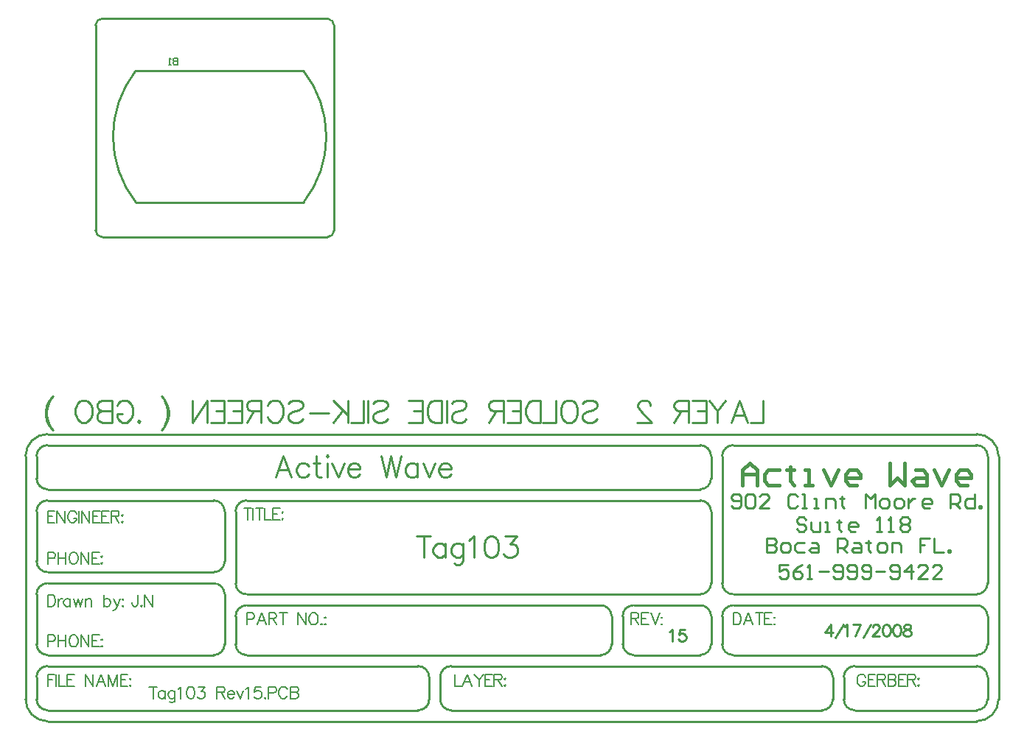
<source format=gbo>
%FSLAX23Y23*%
%MOIN*%
G70*
G01*
G75*
G04 Layer_Color=16777215*
%ADD10R,0.024X0.024*%
%ADD11R,0.014X0.035*%
%ADD12R,0.014X0.035*%
%ADD13R,0.030X0.030*%
%ADD14R,0.030X0.030*%
%ADD15R,0.025X0.030*%
%ADD16R,0.074X0.045*%
%ADD17R,0.020X0.050*%
%ADD18O,0.016X0.060*%
%ADD19O,0.016X0.060*%
%ADD20R,0.024X0.100*%
%ADD21R,0.024X0.090*%
%ADD22R,0.070X0.024*%
%ADD23R,0.090X0.024*%
%ADD24R,0.075X0.043*%
%ADD25R,0.036X0.050*%
%ADD26R,0.036X0.036*%
%ADD27O,0.024X0.080*%
%ADD28C,0.010*%
%ADD29C,0.008*%
%ADD30C,0.020*%
%ADD31C,0.025*%
%ADD32C,0.012*%
%ADD33C,0.015*%
%ADD34C,0.016*%
%ADD35C,0.014*%
%ADD36C,0.026*%
%ADD37C,0.006*%
%ADD38C,0.005*%
%ADD39C,0.009*%
%ADD40C,0.039*%
%ADD41C,0.070*%
%ADD42R,0.050X0.050*%
%ADD43R,0.039X0.043*%
%ADD44C,0.024*%
%ADD45R,0.070X0.070*%
%ADD46R,0.140X0.140*%
%ADD47C,0.030*%
D28*
X114Y666D02*
G03*
X12Y369I380J-297D01*
G01*
D02*
G03*
X114Y72I482J0D01*
G01*
X976Y369D02*
G03*
X874Y666I-482J0D01*
G01*
Y72D02*
G03*
X976Y369I-380J297D01*
G01*
X114Y72D02*
X874D01*
X114Y666D02*
X874D01*
X2950Y-825D02*
Y-925D01*
X2893D01*
X2806D02*
X2844Y-825D01*
X2882Y-925D01*
X2868Y-892D02*
X2820D01*
X2782Y-825D02*
X2744Y-873D01*
Y-925D01*
X2706Y-825D02*
X2744Y-873D01*
X2631Y-825D02*
X2693D01*
Y-925D01*
X2631D01*
X2693Y-873D02*
X2655D01*
X2615Y-825D02*
Y-925D01*
Y-825D02*
X2572D01*
X2558Y-830D01*
X2553Y-835D01*
X2548Y-844D01*
Y-854D01*
X2553Y-863D01*
X2558Y-868D01*
X2572Y-873D01*
X2615D01*
X2582D02*
X2548Y-925D01*
X2442Y-849D02*
Y-844D01*
X2438Y-835D01*
X2433Y-830D01*
X2423Y-825D01*
X2404D01*
X2395Y-830D01*
X2390Y-835D01*
X2385Y-844D01*
Y-854D01*
X2390Y-863D01*
X2400Y-877D01*
X2447Y-925D01*
X2381D01*
X2134Y-839D02*
X2144Y-830D01*
X2158Y-825D01*
X2177D01*
X2192Y-830D01*
X2201Y-839D01*
Y-849D01*
X2196Y-858D01*
X2192Y-863D01*
X2182Y-868D01*
X2154Y-877D01*
X2144Y-882D01*
X2139Y-887D01*
X2134Y-896D01*
Y-911D01*
X2144Y-920D01*
X2158Y-925D01*
X2177D01*
X2192Y-920D01*
X2201Y-911D01*
X2084Y-825D02*
X2093Y-830D01*
X2103Y-839D01*
X2107Y-849D01*
X2112Y-863D01*
Y-887D01*
X2107Y-901D01*
X2103Y-911D01*
X2093Y-920D01*
X2084Y-925D01*
X2064D01*
X2055Y-920D01*
X2045Y-911D01*
X2041Y-901D01*
X2036Y-887D01*
Y-863D01*
X2041Y-849D01*
X2045Y-839D01*
X2055Y-830D01*
X2064Y-825D01*
X2084D01*
X2013D02*
Y-925D01*
X1955D01*
X1945Y-825D02*
Y-925D01*
Y-825D02*
X1911D01*
X1897Y-830D01*
X1887Y-839D01*
X1883Y-849D01*
X1878Y-863D01*
Y-887D01*
X1883Y-901D01*
X1887Y-911D01*
X1897Y-920D01*
X1911Y-925D01*
X1945D01*
X1794Y-825D02*
X1855D01*
Y-925D01*
X1794D01*
X1855Y-873D02*
X1817D01*
X1777Y-825D02*
Y-925D01*
Y-825D02*
X1734D01*
X1720Y-830D01*
X1715Y-835D01*
X1710Y-844D01*
Y-854D01*
X1715Y-863D01*
X1720Y-868D01*
X1734Y-873D01*
X1777D01*
X1744D02*
X1710Y-925D01*
X1543Y-839D02*
X1552Y-830D01*
X1566Y-825D01*
X1586D01*
X1600Y-830D01*
X1609Y-839D01*
Y-849D01*
X1605Y-858D01*
X1600Y-863D01*
X1590Y-868D01*
X1562Y-877D01*
X1552Y-882D01*
X1547Y-887D01*
X1543Y-896D01*
Y-911D01*
X1552Y-920D01*
X1566Y-925D01*
X1586D01*
X1600Y-920D01*
X1609Y-911D01*
X1520Y-825D02*
Y-925D01*
X1499Y-825D02*
Y-925D01*
Y-825D02*
X1466D01*
X1452Y-830D01*
X1442Y-839D01*
X1437Y-849D01*
X1433Y-863D01*
Y-887D01*
X1437Y-901D01*
X1442Y-911D01*
X1452Y-920D01*
X1466Y-925D01*
X1499D01*
X1348Y-825D02*
X1410D01*
Y-925D01*
X1348D01*
X1410Y-873D02*
X1372D01*
X1187Y-839D02*
X1196Y-830D01*
X1210Y-825D01*
X1229D01*
X1244Y-830D01*
X1253Y-839D01*
Y-849D01*
X1248Y-858D01*
X1244Y-863D01*
X1234Y-868D01*
X1206Y-877D01*
X1196Y-882D01*
X1191Y-887D01*
X1187Y-896D01*
Y-911D01*
X1196Y-920D01*
X1210Y-925D01*
X1229D01*
X1244Y-920D01*
X1253Y-911D01*
X1164Y-825D02*
Y-925D01*
X1143Y-825D02*
Y-925D01*
X1086D01*
X1075Y-825D02*
Y-925D01*
X1009Y-825D02*
X1075Y-892D01*
X1051Y-868D02*
X1009Y-925D01*
X986Y-882D02*
X900D01*
X804Y-839D02*
X814Y-830D01*
X828Y-825D01*
X847D01*
X861Y-830D01*
X871Y-839D01*
Y-849D01*
X866Y-858D01*
X861Y-863D01*
X852Y-868D01*
X823Y-877D01*
X814Y-882D01*
X809Y-887D01*
X804Y-896D01*
Y-911D01*
X814Y-920D01*
X828Y-925D01*
X847D01*
X861Y-920D01*
X871Y-911D01*
X710Y-849D02*
X715Y-839D01*
X725Y-830D01*
X734Y-825D01*
X753D01*
X763Y-830D01*
X772Y-839D01*
X777Y-849D01*
X782Y-863D01*
Y-887D01*
X777Y-901D01*
X772Y-911D01*
X763Y-920D01*
X753Y-925D01*
X734D01*
X725Y-920D01*
X715Y-911D01*
X710Y-901D01*
X682Y-825D02*
Y-925D01*
Y-825D02*
X640D01*
X625Y-830D01*
X620Y-835D01*
X616Y-844D01*
Y-854D01*
X620Y-863D01*
X625Y-868D01*
X640Y-873D01*
X682D01*
X649D02*
X616Y-925D01*
X531Y-825D02*
X593D01*
Y-925D01*
X531D01*
X593Y-873D02*
X555D01*
X453Y-825D02*
X515D01*
Y-925D01*
X453D01*
X515Y-873D02*
X477D01*
X436Y-825D02*
Y-925D01*
Y-825D02*
X370Y-925D01*
Y-825D02*
Y-925D01*
X230Y-806D02*
X240Y-816D01*
X249Y-830D01*
X259Y-849D01*
X263Y-873D01*
Y-892D01*
X259Y-915D01*
X249Y-935D01*
X240Y-949D01*
X230Y-958D01*
X240Y-816D02*
X249Y-835D01*
X254Y-849D01*
X259Y-873D01*
Y-892D01*
X254Y-915D01*
X249Y-930D01*
X240Y-949D01*
X128Y-915D02*
X133Y-920D01*
X128Y-925D01*
X123Y-920D01*
X128Y-915D01*
X30Y-849D02*
X34Y-839D01*
X44Y-830D01*
X53Y-825D01*
X73D01*
X82Y-830D01*
X92Y-839D01*
X96Y-849D01*
X101Y-863D01*
Y-887D01*
X96Y-901D01*
X92Y-911D01*
X82Y-920D01*
X73Y-925D01*
X53D01*
X44Y-920D01*
X34Y-911D01*
X30Y-901D01*
Y-887D01*
X53D02*
X30D01*
X7Y-825D02*
Y-925D01*
Y-825D02*
X-36D01*
X-50Y-830D01*
X-55Y-835D01*
X-60Y-844D01*
Y-854D01*
X-55Y-863D01*
X-50Y-868D01*
X-36Y-873D01*
X7D02*
X-36D01*
X-50Y-877D01*
X-55Y-882D01*
X-60Y-892D01*
Y-906D01*
X-55Y-915D01*
X-50Y-920D01*
X-36Y-925D01*
X7D01*
X-111Y-825D02*
X-101Y-830D01*
X-92Y-839D01*
X-87Y-849D01*
X-82Y-863D01*
Y-887D01*
X-87Y-901D01*
X-92Y-911D01*
X-101Y-920D01*
X-111Y-925D01*
X-130D01*
X-139Y-920D01*
X-149Y-911D01*
X-154Y-901D01*
X-158Y-887D01*
Y-863D01*
X-154Y-849D01*
X-149Y-839D01*
X-139Y-830D01*
X-130Y-825D01*
X-111D01*
X-260Y-806D02*
X-270Y-816D01*
X-279Y-830D01*
X-289Y-849D01*
X-294Y-873D01*
Y-892D01*
X-289Y-915D01*
X-279Y-935D01*
X-270Y-949D01*
X-260Y-958D01*
X-270Y-816D02*
X-279Y-835D01*
X-284Y-849D01*
X-289Y-873D01*
Y-892D01*
X-284Y-915D01*
X-279Y-930D01*
X-270Y-949D01*
X-37Y903D02*
G03*
X-67Y873I0J-30D01*
G01*
X1011D02*
G03*
X981Y903I-30J0D01*
G01*
Y-86D02*
G03*
X1011Y-56I0J30D01*
G01*
X-67D02*
G03*
X-37Y-86I30J0D01*
G01*
X-67Y-56D02*
Y873D01*
X-37Y903D02*
X981D01*
X1011Y-56D02*
Y873D01*
X-37Y-86D02*
X981D01*
X3966Y-1802D02*
G03*
X3917Y-1753I-49J0D01*
G01*
X2816D02*
G03*
X2766Y-1803I0J-50D01*
G01*
X3916Y-1703D02*
G03*
X3966Y-1653I0J50D01*
G01*
X2766D02*
G03*
X2816Y-1703I50J0D01*
G01*
X-284Y-978D02*
G03*
X-384Y-1078I0J-100D01*
G01*
Y-2177D02*
G03*
X-285Y-2278I101J0D01*
G01*
X3916Y-2278D02*
G03*
X4016Y-2178I0J100D01*
G01*
Y-1078D02*
G03*
X3916Y-978I-100J0D01*
G01*
X3966Y-1077D02*
G03*
X3915Y-1028I-49J0D01*
G01*
X3916Y-1978D02*
G03*
X3966Y-1928I0J50D01*
G01*
X3966Y-2077D02*
G03*
X3916Y-2028I-50J-1D01*
G01*
Y-2228D02*
G03*
X3966Y-2178I0J50D01*
G01*
X2666Y-1978D02*
G03*
X2716Y-1928I0J50D01*
G01*
X2766Y-1929D02*
G03*
X2816Y-1978I49J0D01*
G01*
X2716Y-1802D02*
G03*
X2667Y-1753I-49J0D01*
G01*
X-334Y-2178D02*
G03*
X-285Y-2228I50J0D01*
G01*
X2667Y-1703D02*
G03*
X2716Y-1653I-1J50D01*
G01*
X-284Y-2028D02*
G03*
X-334Y-2078I0J-50D01*
G01*
X2716Y-1328D02*
G03*
X2666Y-1278I-50J0D01*
G01*
Y-1228D02*
G03*
X2716Y-1178I0J50D01*
G01*
X2816Y-1028D02*
G03*
X2766Y-1078I0J-50D01*
G01*
X2716D02*
G03*
X2666Y-1028I-50J0D01*
G01*
X-284D02*
G03*
X-334Y-1078I0J-50D01*
G01*
Y-1178D02*
G03*
X-284Y-1228I50J0D01*
G01*
Y-1278D02*
G03*
X-334Y-1328I0J-50D01*
G01*
Y-1553D02*
G03*
X-284Y-1603I50J0D01*
G01*
Y-1653D02*
G03*
X-334Y-1703I0J-50D01*
G01*
Y-1928D02*
G03*
X-285Y-1978I50J0D01*
G01*
X616Y-1278D02*
G03*
X566Y-1328I0J-50D01*
G01*
X616Y-1753D02*
G03*
X566Y-1803I0J-50D01*
G01*
X2364Y-1753D02*
G03*
X2316Y-1804I0J-48D01*
G01*
X2316Y-1927D02*
G03*
X2366Y-1978I51J0D01*
G01*
X2217Y-1978D02*
G03*
X2266Y-1928I0J49D01*
G01*
X2266Y-1802D02*
G03*
X2217Y-1753I-49J0D01*
G01*
X467Y-1978D02*
G03*
X516Y-1929I0J49D01*
G01*
X566D02*
G03*
X615Y-1978I49J0D01*
G01*
X566Y-1654D02*
G03*
X615Y-1703I49J0D01*
G01*
X516Y-1702D02*
G03*
X465Y-1653I-49J0D01*
G01*
X468Y-1603D02*
G03*
X516Y-1555I0J48D01*
G01*
Y-1327D02*
G03*
X467Y-1278I-49J0D01*
G01*
X3366Y-2028D02*
G03*
X3316Y-2078I0J-50D01*
G01*
Y-2179D02*
G03*
X3366Y-2228I49J0D01*
G01*
X3217Y-2228D02*
G03*
X3266Y-2179I1J48D01*
G01*
X3266Y-2078D02*
G03*
X3216Y-2028I-50J0D01*
G01*
X1491Y-2178D02*
G03*
X1540Y-2228I50J0D01*
G01*
X1541Y-2028D02*
G03*
X1491Y-2078I0J-50D01*
G01*
X1392Y-2228D02*
G03*
X1441Y-2179I1J48D01*
G01*
X1441Y-2078D02*
G03*
X1391Y-2028I-50J0D01*
G01*
X3966Y-1928D02*
Y-1802D01*
X2766Y-1928D02*
Y-1803D01*
X3966Y-1653D02*
Y-1078D01*
X2766Y-1653D02*
Y-1078D01*
X-384Y-2178D02*
Y-1078D01*
X-334Y-2178D02*
Y-2078D01*
X3966Y-2178D02*
Y-2078D01*
X2716Y-1928D02*
Y-1803D01*
X2316Y-1928D02*
Y-1803D01*
X566Y-1928D02*
Y-1803D01*
X2266Y-1928D02*
Y-1803D01*
X566Y-1653D02*
Y-1328D01*
X2716Y-1653D02*
Y-1328D01*
Y-1178D02*
Y-1078D01*
X-334Y-1178D02*
Y-1078D01*
X516Y-1553D02*
Y-1328D01*
X-334Y-1553D02*
Y-1328D01*
X516Y-1928D02*
Y-1703D01*
X-334Y-1928D02*
Y-1703D01*
X4016Y-2178D02*
Y-1078D01*
X3316Y-2178D02*
Y-2078D01*
X3266Y-2178D02*
Y-2078D01*
X1491Y-2178D02*
Y-2078D01*
X1441Y-2178D02*
Y-2078D01*
X2816Y-1753D02*
X3916D01*
X2816Y-1703D02*
X3916D01*
X616D02*
X2666D01*
X2816Y-1028D02*
X3916D01*
X2816Y-1978D02*
X3916D01*
X2366Y-1753D02*
X2666D01*
X2366Y-1978D02*
X2666D01*
X616D02*
X2216D01*
X616Y-1753D02*
X2216D01*
X616Y-1278D02*
X2666D01*
X-284Y-1228D02*
X2666D01*
X-284Y-1278D02*
X466D01*
X-284Y-1603D02*
X466D01*
X-284Y-1653D02*
X466D01*
X-284Y-1978D02*
X466D01*
X-284Y-978D02*
X3916D01*
X-284Y-2278D02*
X3916D01*
X-284Y-1028D02*
X2666D01*
X3366Y-2028D02*
X3916D01*
X3366Y-2228D02*
X3916D01*
X1541Y-2028D02*
X3216D01*
X-284D02*
X1391D01*
X-284Y-2228D02*
X1391D01*
X1541D02*
X3216D01*
X3145Y-1365D02*
X3135Y-1354D01*
X3113D01*
X3103Y-1365D01*
Y-1375D01*
X3113Y-1386D01*
X3135D01*
X3145Y-1397D01*
Y-1407D01*
X3135Y-1418D01*
X3113D01*
X3103Y-1407D01*
X3167Y-1375D02*
Y-1407D01*
X3177Y-1418D01*
X3209D01*
Y-1375D01*
X3230Y-1418D02*
X3252D01*
X3241D01*
Y-1375D01*
X3230D01*
X3294Y-1365D02*
Y-1375D01*
X3284D01*
X3305D01*
X3294D01*
Y-1407D01*
X3305Y-1418D01*
X3369D02*
X3348D01*
X3337Y-1407D01*
Y-1386D01*
X3348Y-1375D01*
X3369D01*
X3380Y-1386D01*
Y-1397D01*
X3337D01*
X3465Y-1418D02*
X3486D01*
X3476D01*
Y-1354D01*
X3465Y-1365D01*
X3518Y-1418D02*
X3540D01*
X3529D01*
Y-1354D01*
X3518Y-1365D01*
X3572D02*
X3582Y-1354D01*
X3604D01*
X3614Y-1365D01*
Y-1375D01*
X3604Y-1386D01*
X3614Y-1397D01*
Y-1407D01*
X3604Y-1418D01*
X3582D01*
X3572Y-1407D01*
Y-1397D01*
X3582Y-1386D01*
X3572Y-1375D01*
Y-1365D01*
X3582Y-1386D02*
X3604D01*
X3065Y-1569D02*
X3023D01*
Y-1601D01*
X3044Y-1590D01*
X3055D01*
X3065Y-1601D01*
Y-1622D01*
X3055Y-1633D01*
X3033D01*
X3023Y-1622D01*
X3129Y-1569D02*
X3108Y-1580D01*
X3087Y-1601D01*
Y-1622D01*
X3097Y-1633D01*
X3118D01*
X3129Y-1622D01*
Y-1612D01*
X3118Y-1601D01*
X3087D01*
X3150Y-1633D02*
X3172D01*
X3161D01*
Y-1569D01*
X3150Y-1580D01*
X3204Y-1601D02*
X3246D01*
X3268Y-1622D02*
X3278Y-1633D01*
X3300D01*
X3310Y-1622D01*
Y-1580D01*
X3300Y-1569D01*
X3278D01*
X3268Y-1580D01*
Y-1590D01*
X3278Y-1601D01*
X3310D01*
X3332Y-1622D02*
X3342Y-1633D01*
X3364D01*
X3374Y-1622D01*
Y-1580D01*
X3364Y-1569D01*
X3342D01*
X3332Y-1580D01*
Y-1590D01*
X3342Y-1601D01*
X3374D01*
X3396Y-1622D02*
X3406Y-1633D01*
X3428D01*
X3438Y-1622D01*
Y-1580D01*
X3428Y-1569D01*
X3406D01*
X3396Y-1580D01*
Y-1590D01*
X3406Y-1601D01*
X3438D01*
X3460D02*
X3502D01*
X3524Y-1622D02*
X3534Y-1633D01*
X3556D01*
X3566Y-1622D01*
Y-1580D01*
X3556Y-1569D01*
X3534D01*
X3524Y-1580D01*
Y-1590D01*
X3534Y-1601D01*
X3566D01*
X3620Y-1633D02*
Y-1569D01*
X3588Y-1601D01*
X3630D01*
X3694Y-1633D02*
X3652D01*
X3694Y-1590D01*
Y-1580D01*
X3684Y-1569D01*
X3662D01*
X3652Y-1580D01*
X3758Y-1633D02*
X3716D01*
X3758Y-1590D01*
Y-1580D01*
X3748Y-1569D01*
X3726D01*
X3716Y-1580D01*
X2808Y-1302D02*
X2818Y-1313D01*
X2840D01*
X2850Y-1302D01*
Y-1260D01*
X2840Y-1249D01*
X2818D01*
X2808Y-1260D01*
Y-1270D01*
X2818Y-1281D01*
X2850D01*
X2872Y-1260D02*
X2882Y-1249D01*
X2903D01*
X2914Y-1260D01*
Y-1302D01*
X2903Y-1313D01*
X2882D01*
X2872Y-1302D01*
Y-1260D01*
X2978Y-1313D02*
X2935D01*
X2978Y-1270D01*
Y-1260D01*
X2967Y-1249D01*
X2946D01*
X2935Y-1260D01*
X3106D02*
X3095Y-1249D01*
X3074D01*
X3063Y-1260D01*
Y-1302D01*
X3074Y-1313D01*
X3095D01*
X3106Y-1302D01*
X3127Y-1313D02*
X3149D01*
X3138D01*
Y-1249D01*
X3127D01*
X3181Y-1313D02*
X3202D01*
X3191D01*
Y-1270D01*
X3181D01*
X3234Y-1313D02*
Y-1270D01*
X3266D01*
X3277Y-1281D01*
Y-1313D01*
X3309Y-1260D02*
Y-1270D01*
X3298D01*
X3319D01*
X3309D01*
Y-1302D01*
X3319Y-1313D01*
X3415D02*
Y-1249D01*
X3437Y-1270D01*
X3458Y-1249D01*
Y-1313D01*
X3490D02*
X3511D01*
X3522Y-1302D01*
Y-1281D01*
X3511Y-1270D01*
X3490D01*
X3479Y-1281D01*
Y-1302D01*
X3490Y-1313D01*
X3554D02*
X3575D01*
X3586Y-1302D01*
Y-1281D01*
X3575Y-1270D01*
X3554D01*
X3543Y-1281D01*
Y-1302D01*
X3554Y-1313D01*
X3607Y-1270D02*
Y-1313D01*
Y-1292D01*
X3618Y-1281D01*
X3629Y-1270D01*
X3639D01*
X3703Y-1313D02*
X3682D01*
X3671Y-1302D01*
Y-1281D01*
X3682Y-1270D01*
X3703D01*
X3714Y-1281D01*
Y-1292D01*
X3671D01*
X3799Y-1313D02*
Y-1249D01*
X3831D01*
X3842Y-1260D01*
Y-1281D01*
X3831Y-1292D01*
X3799D01*
X3821D02*
X3842Y-1313D01*
X3906Y-1249D02*
Y-1313D01*
X3874D01*
X3863Y-1302D01*
Y-1281D01*
X3874Y-1270D01*
X3906D01*
X3927Y-1313D02*
Y-1302D01*
X3938D01*
Y-1313D01*
X3927D01*
X2968Y-1449D02*
Y-1513D01*
X3000D01*
X3010Y-1502D01*
Y-1492D01*
X3000Y-1481D01*
X2968D01*
X3000D01*
X3010Y-1470D01*
Y-1460D01*
X3000Y-1449D01*
X2968D01*
X3042Y-1513D02*
X3063D01*
X3074Y-1502D01*
Y-1481D01*
X3063Y-1470D01*
X3042D01*
X3032Y-1481D01*
Y-1502D01*
X3042Y-1513D01*
X3138Y-1470D02*
X3106D01*
X3095Y-1481D01*
Y-1502D01*
X3106Y-1513D01*
X3138D01*
X3170Y-1470D02*
X3191D01*
X3202Y-1481D01*
Y-1513D01*
X3170D01*
X3159Y-1502D01*
X3170Y-1492D01*
X3202D01*
X3287Y-1513D02*
Y-1449D01*
X3319D01*
X3330Y-1460D01*
Y-1481D01*
X3319Y-1492D01*
X3287D01*
X3309D02*
X3330Y-1513D01*
X3362Y-1470D02*
X3383D01*
X3394Y-1481D01*
Y-1513D01*
X3362D01*
X3351Y-1502D01*
X3362Y-1492D01*
X3394D01*
X3426Y-1460D02*
Y-1470D01*
X3415D01*
X3437D01*
X3426D01*
Y-1502D01*
X3437Y-1513D01*
X3479D02*
X3501D01*
X3511Y-1502D01*
Y-1481D01*
X3501Y-1470D01*
X3479D01*
X3469Y-1481D01*
Y-1502D01*
X3479Y-1513D01*
X3533D02*
Y-1470D01*
X3565D01*
X3575Y-1481D01*
Y-1513D01*
X3703Y-1449D02*
X3661D01*
Y-1481D01*
X3682D01*
X3661D01*
Y-1513D01*
X3725Y-1449D02*
Y-1513D01*
X3767D01*
X3789D02*
Y-1502D01*
X3799D01*
Y-1513D01*
X3789D01*
D29*
X124Y-1706D02*
Y-1747D01*
X122Y-1754D01*
X119Y-1757D01*
X114Y-1759D01*
X109D01*
X104Y-1757D01*
X101Y-1754D01*
X99Y-1747D01*
Y-1741D01*
X141Y-1754D02*
X138Y-1757D01*
X141Y-1759D01*
X143Y-1757D01*
X141Y-1754D01*
X155Y-1706D02*
Y-1759D01*
Y-1706D02*
X190Y-1759D01*
Y-1706D02*
Y-1759D01*
D33*
X2858Y-1208D02*
Y-1141D01*
X2891Y-1108D01*
X2924Y-1141D01*
Y-1208D01*
Y-1158D01*
X2858D01*
X3024Y-1141D02*
X2974D01*
X2957Y-1158D01*
Y-1191D01*
X2974Y-1208D01*
X3024D01*
X3074Y-1125D02*
Y-1141D01*
X3057D01*
X3091D01*
X3074D01*
Y-1191D01*
X3091Y-1208D01*
X3141D02*
X3174D01*
X3157D01*
Y-1141D01*
X3141D01*
X3224D02*
X3257Y-1208D01*
X3291Y-1141D01*
X3374Y-1208D02*
X3341D01*
X3324Y-1191D01*
Y-1158D01*
X3341Y-1141D01*
X3374D01*
X3391Y-1158D01*
Y-1175D01*
X3324D01*
X3524Y-1108D02*
Y-1208D01*
X3557Y-1175D01*
X3591Y-1208D01*
Y-1108D01*
X3641Y-1141D02*
X3674D01*
X3691Y-1158D01*
Y-1208D01*
X3641D01*
X3624Y-1191D01*
X3641Y-1175D01*
X3691D01*
X3724Y-1141D02*
X3757Y-1208D01*
X3791Y-1141D01*
X3874Y-1208D02*
X3841D01*
X3824Y-1191D01*
Y-1158D01*
X3841Y-1141D01*
X3874D01*
X3891Y-1158D01*
Y-1175D01*
X3824D01*
D37*
X304Y724D02*
Y694D01*
X289D01*
X284Y699D01*
Y704D01*
X289Y709D01*
X304D01*
X289D01*
X284Y714D01*
Y719D01*
X289Y724D01*
X304D01*
X274Y694D02*
X264D01*
X269D01*
Y724D01*
X274Y719D01*
D38*
X193Y-2122D02*
Y-2175D01*
X175Y-2122D02*
X211D01*
X247Y-2139D02*
Y-2175D01*
Y-2147D02*
X242Y-2142D01*
X237Y-2139D01*
X230D01*
X225Y-2142D01*
X219Y-2147D01*
X217Y-2155D01*
Y-2160D01*
X219Y-2167D01*
X225Y-2172D01*
X230Y-2175D01*
X237D01*
X242Y-2172D01*
X247Y-2167D01*
X292Y-2139D02*
Y-2180D01*
X290Y-2188D01*
X287Y-2190D01*
X282Y-2193D01*
X274D01*
X269Y-2190D01*
X292Y-2147D02*
X287Y-2142D01*
X282Y-2139D01*
X274D01*
X269Y-2142D01*
X264Y-2147D01*
X262Y-2155D01*
Y-2160D01*
X264Y-2167D01*
X269Y-2172D01*
X274Y-2175D01*
X282D01*
X287Y-2172D01*
X292Y-2167D01*
X306Y-2132D02*
X311Y-2129D01*
X319Y-2122D01*
Y-2175D01*
X361Y-2122D02*
X353Y-2124D01*
X348Y-2132D01*
X345Y-2145D01*
Y-2152D01*
X348Y-2165D01*
X353Y-2172D01*
X361Y-2175D01*
X366D01*
X373Y-2172D01*
X378Y-2165D01*
X381Y-2152D01*
Y-2145D01*
X378Y-2132D01*
X373Y-2124D01*
X366Y-2122D01*
X361D01*
X398D02*
X426D01*
X411Y-2142D01*
X418D01*
X423Y-2145D01*
X426Y-2147D01*
X428Y-2155D01*
Y-2160D01*
X426Y-2167D01*
X421Y-2172D01*
X413Y-2175D01*
X406D01*
X398Y-2172D01*
X395Y-2170D01*
X393Y-2165D01*
X482Y-2122D02*
Y-2175D01*
Y-2122D02*
X505D01*
X513Y-2124D01*
X515Y-2127D01*
X518Y-2132D01*
Y-2137D01*
X515Y-2142D01*
X513Y-2145D01*
X505Y-2147D01*
X482D01*
X500D02*
X518Y-2175D01*
X530Y-2155D02*
X560D01*
Y-2150D01*
X558Y-2145D01*
X555Y-2142D01*
X550Y-2139D01*
X542D01*
X537Y-2142D01*
X532Y-2147D01*
X530Y-2155D01*
Y-2160D01*
X532Y-2167D01*
X537Y-2172D01*
X542Y-2175D01*
X550D01*
X555Y-2172D01*
X560Y-2167D01*
X572Y-2139D02*
X587Y-2175D01*
X602Y-2139D02*
X587Y-2175D01*
X611Y-2132D02*
X616Y-2129D01*
X623Y-2122D01*
Y-2175D01*
X680Y-2122D02*
X655D01*
X652Y-2145D01*
X655Y-2142D01*
X663Y-2139D01*
X670D01*
X678Y-2142D01*
X683Y-2147D01*
X685Y-2155D01*
Y-2160D01*
X683Y-2167D01*
X678Y-2172D01*
X670Y-2175D01*
X663D01*
X655Y-2172D01*
X652Y-2170D01*
X650Y-2165D01*
X700Y-2170D02*
X697Y-2172D01*
X700Y-2175D01*
X702Y-2172D01*
X700Y-2170D01*
X714Y-2150D02*
X737D01*
X745Y-2147D01*
X747Y-2145D01*
X750Y-2139D01*
Y-2132D01*
X747Y-2127D01*
X745Y-2124D01*
X737Y-2122D01*
X714D01*
Y-2175D01*
X800Y-2134D02*
X797Y-2129D01*
X792Y-2124D01*
X787Y-2122D01*
X777D01*
X772Y-2124D01*
X767Y-2129D01*
X764Y-2134D01*
X762Y-2142D01*
Y-2155D01*
X764Y-2162D01*
X767Y-2167D01*
X772Y-2172D01*
X777Y-2175D01*
X787D01*
X792Y-2172D01*
X797Y-2167D01*
X800Y-2162D01*
X815Y-2122D02*
Y-2175D01*
Y-2122D02*
X837D01*
X845Y-2124D01*
X848Y-2127D01*
X850Y-2132D01*
Y-2137D01*
X848Y-2142D01*
X845Y-2145D01*
X837Y-2147D01*
X815D02*
X837D01*
X845Y-2150D01*
X848Y-2152D01*
X850Y-2157D01*
Y-2165D01*
X848Y-2170D01*
X845Y-2172D01*
X837Y-2175D01*
X815D01*
X2816Y-1787D02*
Y-1841D01*
Y-1787D02*
X2834D01*
X2841Y-1790D01*
X2846Y-1795D01*
X2849Y-1800D01*
X2851Y-1808D01*
Y-1820D01*
X2849Y-1828D01*
X2846Y-1833D01*
X2841Y-1838D01*
X2834Y-1841D01*
X2816D01*
X2904D02*
X2884Y-1787D01*
X2863Y-1841D01*
X2871Y-1823D02*
X2896D01*
X2934Y-1787D02*
Y-1841D01*
X2916Y-1787D02*
X2952D01*
X2991D02*
X2958D01*
Y-1841D01*
X2991D01*
X2958Y-1813D02*
X2979D01*
X3003Y-1805D02*
X3000Y-1808D01*
X3003Y-1810D01*
X3005Y-1808D01*
X3003Y-1805D01*
Y-1836D02*
X3000Y-1838D01*
X3003Y-1841D01*
X3005Y-1838D01*
X3003Y-1836D01*
X2353Y-1787D02*
Y-1841D01*
Y-1787D02*
X2376D01*
X2384Y-1790D01*
X2386Y-1792D01*
X2389Y-1798D01*
Y-1803D01*
X2386Y-1808D01*
X2384Y-1810D01*
X2376Y-1813D01*
X2353D01*
X2371D02*
X2389Y-1841D01*
X2434Y-1787D02*
X2401D01*
Y-1841D01*
X2434D01*
X2401Y-1813D02*
X2421D01*
X2443Y-1787D02*
X2463Y-1841D01*
X2483Y-1787D02*
X2463Y-1841D01*
X2493Y-1805D02*
X2490Y-1808D01*
X2493Y-1810D01*
X2495Y-1808D01*
X2493Y-1805D01*
Y-1836D02*
X2490Y-1838D01*
X2493Y-1841D01*
X2495Y-1838D01*
X2493Y-1836D01*
X-284Y-1540D02*
X-261D01*
X-254Y-1538D01*
X-251Y-1535D01*
X-249Y-1530D01*
Y-1523D01*
X-251Y-1517D01*
X-254Y-1515D01*
X-261Y-1512D01*
X-284D01*
Y-1566D01*
X-237Y-1512D02*
Y-1566D01*
X-201Y-1512D02*
Y-1566D01*
X-237Y-1538D02*
X-201D01*
X-171Y-1512D02*
X-176Y-1515D01*
X-181Y-1520D01*
X-184Y-1525D01*
X-186Y-1533D01*
Y-1545D01*
X-184Y-1553D01*
X-181Y-1558D01*
X-176Y-1563D01*
X-171Y-1566D01*
X-161D01*
X-156Y-1563D01*
X-151Y-1558D01*
X-148Y-1553D01*
X-146Y-1545D01*
Y-1533D01*
X-148Y-1525D01*
X-151Y-1520D01*
X-156Y-1515D01*
X-161Y-1512D01*
X-171D01*
X-133D02*
Y-1566D01*
Y-1512D02*
X-98Y-1566D01*
Y-1512D02*
Y-1566D01*
X-50Y-1512D02*
X-83D01*
Y-1566D01*
X-50D01*
X-83Y-1538D02*
X-63D01*
X-39Y-1530D02*
X-41Y-1533D01*
X-39Y-1535D01*
X-36Y-1533D01*
X-39Y-1530D01*
Y-1561D02*
X-41Y-1563D01*
X-39Y-1566D01*
X-36Y-1563D01*
X-39Y-1561D01*
X-284Y-1915D02*
X-261D01*
X-254Y-1913D01*
X-251Y-1910D01*
X-249Y-1905D01*
Y-1898D01*
X-251Y-1892D01*
X-254Y-1890D01*
X-261Y-1887D01*
X-284D01*
Y-1941D01*
X-237Y-1887D02*
Y-1941D01*
X-201Y-1887D02*
Y-1941D01*
X-237Y-1913D02*
X-201D01*
X-171Y-1887D02*
X-176Y-1890D01*
X-181Y-1895D01*
X-184Y-1900D01*
X-186Y-1908D01*
Y-1920D01*
X-184Y-1928D01*
X-181Y-1933D01*
X-176Y-1938D01*
X-171Y-1941D01*
X-161D01*
X-156Y-1938D01*
X-151Y-1933D01*
X-148Y-1928D01*
X-146Y-1920D01*
Y-1908D01*
X-148Y-1900D01*
X-151Y-1895D01*
X-156Y-1890D01*
X-161Y-1887D01*
X-171D01*
X-133D02*
Y-1941D01*
Y-1887D02*
X-98Y-1941D01*
Y-1887D02*
Y-1941D01*
X-50Y-1887D02*
X-83D01*
Y-1941D01*
X-50D01*
X-83Y-1913D02*
X-63D01*
X-39Y-1905D02*
X-41Y-1908D01*
X-39Y-1910D01*
X-36Y-1908D01*
X-39Y-1905D01*
Y-1936D02*
X-41Y-1938D01*
X-39Y-1941D01*
X-36Y-1938D01*
X-39Y-1936D01*
X1556Y-2065D02*
Y-2118D01*
X1586D01*
X1633D02*
X1613Y-2065D01*
X1592Y-2118D01*
X1600Y-2100D02*
X1625D01*
X1645Y-2065D02*
X1666Y-2090D01*
Y-2118D01*
X1686Y-2065D02*
X1666Y-2090D01*
X1726Y-2065D02*
X1693D01*
Y-2118D01*
X1726D01*
X1693Y-2090D02*
X1713D01*
X1735Y-2065D02*
Y-2118D01*
Y-2065D02*
X1758D01*
X1765Y-2067D01*
X1768Y-2070D01*
X1770Y-2075D01*
Y-2080D01*
X1768Y-2085D01*
X1765Y-2088D01*
X1758Y-2090D01*
X1735D01*
X1752D02*
X1770Y-2118D01*
X1785Y-2083D02*
X1782Y-2085D01*
X1785Y-2088D01*
X1787Y-2085D01*
X1785Y-2083D01*
Y-2113D02*
X1782Y-2116D01*
X1785Y-2118D01*
X1787Y-2116D01*
X1785Y-2113D01*
X-251Y-1325D02*
X-284D01*
Y-1378D01*
X-251D01*
X-284Y-1350D02*
X-264D01*
X-242Y-1325D02*
Y-1378D01*
Y-1325D02*
X-207Y-1378D01*
Y-1325D02*
Y-1378D01*
X-154Y-1338D02*
X-156Y-1332D01*
X-161Y-1327D01*
X-167Y-1325D01*
X-177D01*
X-182Y-1327D01*
X-187Y-1332D01*
X-189Y-1338D01*
X-192Y-1345D01*
Y-1358D01*
X-189Y-1365D01*
X-187Y-1371D01*
X-182Y-1376D01*
X-177Y-1378D01*
X-167D01*
X-161Y-1376D01*
X-156Y-1371D01*
X-154Y-1365D01*
Y-1358D01*
X-167D02*
X-154D01*
X-142Y-1325D02*
Y-1378D01*
X-130Y-1325D02*
Y-1378D01*
Y-1325D02*
X-95Y-1378D01*
Y-1325D02*
Y-1378D01*
X-47Y-1325D02*
X-80D01*
Y-1378D01*
X-47D01*
X-80Y-1350D02*
X-60D01*
X-5Y-1325D02*
X-38D01*
Y-1378D01*
X-5D01*
X-38Y-1350D02*
X-18D01*
X4Y-1325D02*
Y-1378D01*
Y-1325D02*
X26D01*
X34Y-1327D01*
X37Y-1330D01*
X39Y-1335D01*
Y-1340D01*
X37Y-1345D01*
X34Y-1348D01*
X26Y-1350D01*
X4D01*
X21D02*
X39Y-1378D01*
X54Y-1343D02*
X51Y-1345D01*
X54Y-1348D01*
X56Y-1345D01*
X54Y-1343D01*
Y-1373D02*
X51Y-1376D01*
X54Y-1378D01*
X56Y-1376D01*
X54Y-1373D01*
X616Y-1815D02*
X639D01*
X646Y-1813D01*
X649Y-1810D01*
X651Y-1805D01*
Y-1798D01*
X649Y-1792D01*
X646Y-1790D01*
X639Y-1787D01*
X616D01*
Y-1841D01*
X704D02*
X684Y-1787D01*
X663Y-1841D01*
X671Y-1823D02*
X696D01*
X716Y-1787D02*
Y-1841D01*
Y-1787D02*
X739D01*
X747Y-1790D01*
X749Y-1792D01*
X752Y-1798D01*
Y-1803D01*
X749Y-1808D01*
X747Y-1810D01*
X739Y-1813D01*
X716D01*
X734D02*
X752Y-1841D01*
X782Y-1787D02*
Y-1841D01*
X764Y-1787D02*
X800D01*
X848D02*
Y-1841D01*
Y-1787D02*
X883Y-1841D01*
Y-1787D02*
Y-1841D01*
X913Y-1787D02*
X908Y-1790D01*
X903Y-1795D01*
X901Y-1800D01*
X898Y-1808D01*
Y-1820D01*
X901Y-1828D01*
X903Y-1833D01*
X908Y-1838D01*
X913Y-1841D01*
X923D01*
X928Y-1838D01*
X934Y-1833D01*
X936Y-1828D01*
X939Y-1820D01*
Y-1808D01*
X936Y-1800D01*
X934Y-1795D01*
X928Y-1790D01*
X923Y-1787D01*
X913D01*
X954Y-1836D02*
X951Y-1838D01*
X954Y-1841D01*
X956Y-1838D01*
X954Y-1836D01*
X970Y-1805D02*
X968Y-1808D01*
X970Y-1810D01*
X973Y-1808D01*
X970Y-1805D01*
Y-1836D02*
X968Y-1838D01*
X970Y-1841D01*
X973Y-1838D01*
X970Y-1836D01*
X621Y-1312D02*
Y-1366D01*
X603Y-1312D02*
X639D01*
X645D02*
Y-1366D01*
X674Y-1312D02*
Y-1366D01*
X656Y-1312D02*
X692D01*
X698D02*
Y-1366D01*
X729D01*
X768Y-1312D02*
X735D01*
Y-1366D01*
X768D01*
X735Y-1338D02*
X755D01*
X779Y-1330D02*
X777Y-1333D01*
X779Y-1335D01*
X782Y-1333D01*
X779Y-1330D01*
Y-1361D02*
X777Y-1363D01*
X779Y-1366D01*
X782Y-1363D01*
X779Y-1361D01*
X-284Y-1705D02*
Y-1758D01*
Y-1705D02*
X-266D01*
X-259Y-1707D01*
X-254Y-1712D01*
X-251Y-1718D01*
X-249Y-1725D01*
Y-1738D01*
X-251Y-1745D01*
X-254Y-1751D01*
X-259Y-1756D01*
X-266Y-1758D01*
X-284D01*
X-237Y-1723D02*
Y-1758D01*
Y-1738D02*
X-234Y-1730D01*
X-229Y-1725D01*
X-224Y-1723D01*
X-216D01*
X-181D02*
Y-1758D01*
Y-1730D02*
X-186Y-1725D01*
X-191Y-1723D01*
X-199D01*
X-204Y-1725D01*
X-209Y-1730D01*
X-211Y-1738D01*
Y-1743D01*
X-209Y-1751D01*
X-204Y-1756D01*
X-199Y-1758D01*
X-191D01*
X-186Y-1756D01*
X-181Y-1751D01*
X-167Y-1723D02*
X-157Y-1758D01*
X-146Y-1723D02*
X-157Y-1758D01*
X-146Y-1723D02*
X-136Y-1758D01*
X-126Y-1723D02*
X-136Y-1758D01*
X-114Y-1723D02*
Y-1758D01*
Y-1733D02*
X-106Y-1725D01*
X-101Y-1723D01*
X-93D01*
X-88Y-1725D01*
X-86Y-1733D01*
Y-1758D01*
X-30Y-1705D02*
Y-1758D01*
Y-1730D02*
X-25Y-1725D01*
X-20Y-1723D01*
X-12D01*
X-7Y-1725D01*
X-2Y-1730D01*
X1Y-1738D01*
Y-1743D01*
X-2Y-1751D01*
X-7Y-1756D01*
X-12Y-1758D01*
X-20D01*
X-25Y-1756D01*
X-30Y-1751D01*
X15Y-1723D02*
X30Y-1758D01*
X45Y-1723D02*
X30Y-1758D01*
X25Y-1768D01*
X20Y-1773D01*
X15Y-1776D01*
X12D01*
X56Y-1723D02*
X54Y-1725D01*
X56Y-1728D01*
X59Y-1725D01*
X56Y-1723D01*
Y-1753D02*
X54Y-1756D01*
X56Y-1758D01*
X59Y-1756D01*
X56Y-1753D01*
X-284Y-2065D02*
Y-2118D01*
Y-2065D02*
X-251D01*
X-284Y-2090D02*
X-264D01*
X-245Y-2065D02*
Y-2118D01*
X-234Y-2065D02*
Y-2118D01*
X-203D01*
X-164Y-2065D02*
X-197D01*
Y-2118D01*
X-164D01*
X-197Y-2090D02*
X-177D01*
X-114Y-2065D02*
Y-2118D01*
Y-2065D02*
X-78Y-2118D01*
Y-2065D02*
Y-2118D01*
X-23D02*
X-43Y-2065D01*
X-63Y-2118D01*
X-56Y-2100D02*
X-30D01*
X-10Y-2065D02*
Y-2118D01*
Y-2065D02*
X10Y-2118D01*
X30Y-2065D02*
X10Y-2118D01*
X30Y-2065D02*
Y-2118D01*
X79Y-2065D02*
X46D01*
Y-2118D01*
X79D01*
X46Y-2090D02*
X66D01*
X90Y-2083D02*
X87Y-2085D01*
X90Y-2088D01*
X92Y-2085D01*
X90Y-2083D01*
Y-2113D02*
X87Y-2116D01*
X90Y-2118D01*
X92Y-2116D01*
X90Y-2113D01*
X3414Y-2078D02*
X3411Y-2072D01*
X3406Y-2067D01*
X3401Y-2065D01*
X3391D01*
X3386Y-2067D01*
X3381Y-2072D01*
X3378Y-2078D01*
X3376Y-2085D01*
Y-2098D01*
X3378Y-2105D01*
X3381Y-2111D01*
X3386Y-2116D01*
X3391Y-2118D01*
X3401D01*
X3406Y-2116D01*
X3411Y-2111D01*
X3414Y-2105D01*
Y-2098D01*
X3401D02*
X3414D01*
X3459Y-2065D02*
X3426D01*
Y-2118D01*
X3459D01*
X3426Y-2090D02*
X3447D01*
X3468Y-2065D02*
Y-2118D01*
Y-2065D02*
X3491D01*
X3499Y-2067D01*
X3501Y-2070D01*
X3504Y-2075D01*
Y-2080D01*
X3501Y-2085D01*
X3499Y-2088D01*
X3491Y-2090D01*
X3468D01*
X3486D02*
X3504Y-2118D01*
X3516Y-2065D02*
Y-2118D01*
Y-2065D02*
X3538D01*
X3546Y-2067D01*
X3549Y-2070D01*
X3551Y-2075D01*
Y-2080D01*
X3549Y-2085D01*
X3546Y-2088D01*
X3538Y-2090D01*
X3516D02*
X3538D01*
X3546Y-2093D01*
X3549Y-2095D01*
X3551Y-2100D01*
Y-2108D01*
X3549Y-2113D01*
X3546Y-2116D01*
X3538Y-2118D01*
X3516D01*
X3596Y-2065D02*
X3563D01*
Y-2118D01*
X3596D01*
X3563Y-2090D02*
X3583D01*
X3605Y-2065D02*
Y-2118D01*
Y-2065D02*
X3628D01*
X3635Y-2067D01*
X3638Y-2070D01*
X3640Y-2075D01*
Y-2080D01*
X3638Y-2085D01*
X3635Y-2088D01*
X3628Y-2090D01*
X3605D01*
X3623D02*
X3640Y-2118D01*
X3655Y-2083D02*
X3652Y-2085D01*
X3655Y-2088D01*
X3658Y-2085D01*
X3655Y-2083D01*
Y-2113D02*
X3652Y-2116D01*
X3655Y-2118D01*
X3658Y-2116D01*
X3655Y-2113D01*
D39*
X3256Y-1840D02*
X3231Y-1876D01*
X3269D01*
X3256Y-1840D02*
Y-1894D01*
X3278Y-1901D02*
X3314Y-1840D01*
X3317Y-1850D02*
X3322Y-1848D01*
X3330Y-1840D01*
Y-1894D01*
X3392Y-1840D02*
X3367Y-1894D01*
X3356Y-1840D02*
X3392D01*
X3404Y-1901D02*
X3439Y-1840D01*
X3446Y-1853D02*
Y-1850D01*
X3448Y-1845D01*
X3451Y-1843D01*
X3456Y-1840D01*
X3466D01*
X3471Y-1843D01*
X3473Y-1845D01*
X3476Y-1850D01*
Y-1856D01*
X3473Y-1861D01*
X3468Y-1868D01*
X3443Y-1894D01*
X3479D01*
X3506Y-1840D02*
X3498Y-1843D01*
X3493Y-1850D01*
X3490Y-1863D01*
Y-1871D01*
X3493Y-1883D01*
X3498Y-1891D01*
X3506Y-1894D01*
X3511D01*
X3518Y-1891D01*
X3523Y-1883D01*
X3526Y-1871D01*
Y-1863D01*
X3523Y-1850D01*
X3518Y-1843D01*
X3511Y-1840D01*
X3506D01*
X3553D02*
X3546Y-1843D01*
X3540Y-1850D01*
X3538Y-1863D01*
Y-1871D01*
X3540Y-1883D01*
X3546Y-1891D01*
X3553Y-1894D01*
X3558D01*
X3566Y-1891D01*
X3571Y-1883D01*
X3573Y-1871D01*
Y-1863D01*
X3571Y-1850D01*
X3566Y-1843D01*
X3558Y-1840D01*
X3553D01*
X3598D02*
X3590Y-1843D01*
X3588Y-1848D01*
Y-1853D01*
X3590Y-1858D01*
X3596Y-1861D01*
X3606Y-1863D01*
X3613Y-1866D01*
X3618Y-1871D01*
X3621Y-1876D01*
Y-1883D01*
X3618Y-1889D01*
X3616Y-1891D01*
X3608Y-1894D01*
X3598D01*
X3590Y-1891D01*
X3588Y-1889D01*
X3585Y-1883D01*
Y-1876D01*
X3588Y-1871D01*
X3593Y-1866D01*
X3601Y-1863D01*
X3611Y-1861D01*
X3616Y-1858D01*
X3618Y-1853D01*
Y-1848D01*
X3616Y-1843D01*
X3608Y-1840D01*
X3598D01*
X2528Y-1873D02*
X2533Y-1870D01*
X2541Y-1862D01*
Y-1916D01*
X2598Y-1862D02*
X2573D01*
X2570Y-1885D01*
X2573Y-1883D01*
X2580Y-1880D01*
X2588D01*
X2595Y-1883D01*
X2601Y-1888D01*
X2603Y-1895D01*
Y-1900D01*
X2601Y-1908D01*
X2595Y-1913D01*
X2588Y-1916D01*
X2580D01*
X2573Y-1913D01*
X2570Y-1911D01*
X2568Y-1906D01*
X819Y-1173D02*
X782Y-1077D01*
X746Y-1173D01*
X760Y-1141D02*
X805D01*
X896Y-1123D02*
X887Y-1114D01*
X878Y-1109D01*
X864D01*
X855Y-1114D01*
X846Y-1123D01*
X841Y-1137D01*
Y-1146D01*
X846Y-1159D01*
X855Y-1169D01*
X864Y-1173D01*
X878D01*
X887Y-1169D01*
X896Y-1159D01*
X931Y-1077D02*
Y-1155D01*
X935Y-1169D01*
X944Y-1173D01*
X953D01*
X917Y-1109D02*
X949D01*
X976Y-1077D02*
X981Y-1082D01*
X985Y-1077D01*
X981Y-1073D01*
X976Y-1077D01*
X981Y-1109D02*
Y-1173D01*
X1002Y-1109D02*
X1030Y-1173D01*
X1057Y-1109D02*
X1030Y-1173D01*
X1073Y-1137D02*
X1128D01*
Y-1127D01*
X1123Y-1118D01*
X1118Y-1114D01*
X1109Y-1109D01*
X1096D01*
X1086Y-1114D01*
X1077Y-1123D01*
X1073Y-1137D01*
Y-1146D01*
X1077Y-1159D01*
X1086Y-1169D01*
X1096Y-1173D01*
X1109D01*
X1118Y-1169D01*
X1128Y-1159D01*
X1224Y-1077D02*
X1246Y-1173D01*
X1269Y-1077D02*
X1246Y-1173D01*
X1269Y-1077D02*
X1292Y-1173D01*
X1315Y-1077D02*
X1292Y-1173D01*
X1389Y-1109D02*
Y-1173D01*
Y-1123D02*
X1380Y-1114D01*
X1371Y-1109D01*
X1357D01*
X1348Y-1114D01*
X1339Y-1123D01*
X1334Y-1137D01*
Y-1146D01*
X1339Y-1159D01*
X1348Y-1169D01*
X1357Y-1173D01*
X1371D01*
X1380Y-1169D01*
X1389Y-1159D01*
X1415Y-1109D02*
X1442Y-1173D01*
X1469Y-1109D02*
X1442Y-1173D01*
X1485Y-1137D02*
X1540D01*
Y-1127D01*
X1535Y-1118D01*
X1531Y-1114D01*
X1522Y-1109D01*
X1508D01*
X1499Y-1114D01*
X1490Y-1123D01*
X1485Y-1137D01*
Y-1146D01*
X1490Y-1159D01*
X1499Y-1169D01*
X1508Y-1173D01*
X1522D01*
X1531Y-1169D01*
X1540Y-1159D01*
X1416Y-1440D02*
Y-1536D01*
X1384Y-1440D02*
X1448D01*
X1514Y-1472D02*
Y-1536D01*
Y-1486D02*
X1505Y-1477D01*
X1496Y-1472D01*
X1482D01*
X1473Y-1477D01*
X1464Y-1486D01*
X1459Y-1499D01*
Y-1509D01*
X1464Y-1522D01*
X1473Y-1531D01*
X1482Y-1536D01*
X1496D01*
X1505Y-1531D01*
X1514Y-1522D01*
X1595Y-1472D02*
Y-1545D01*
X1590Y-1559D01*
X1586Y-1563D01*
X1576Y-1568D01*
X1563D01*
X1554Y-1563D01*
X1595Y-1486D02*
X1586Y-1477D01*
X1576Y-1472D01*
X1563D01*
X1554Y-1477D01*
X1544Y-1486D01*
X1540Y-1499D01*
Y-1509D01*
X1544Y-1522D01*
X1554Y-1531D01*
X1563Y-1536D01*
X1576D01*
X1586Y-1531D01*
X1595Y-1522D01*
X1620Y-1458D02*
X1629Y-1454D01*
X1643Y-1440D01*
Y-1536D01*
X1718Y-1440D02*
X1704Y-1445D01*
X1695Y-1458D01*
X1691Y-1481D01*
Y-1495D01*
X1695Y-1518D01*
X1704Y-1531D01*
X1718Y-1536D01*
X1727D01*
X1741Y-1531D01*
X1750Y-1518D01*
X1755Y-1495D01*
Y-1481D01*
X1750Y-1458D01*
X1741Y-1445D01*
X1727Y-1440D01*
X1718D01*
X1785D02*
X1836D01*
X1808Y-1477D01*
X1822D01*
X1831Y-1481D01*
X1836Y-1486D01*
X1840Y-1499D01*
Y-1509D01*
X1836Y-1522D01*
X1826Y-1531D01*
X1813Y-1536D01*
X1799D01*
X1785Y-1531D01*
X1781Y-1527D01*
X1776Y-1518D01*
M02*

</source>
